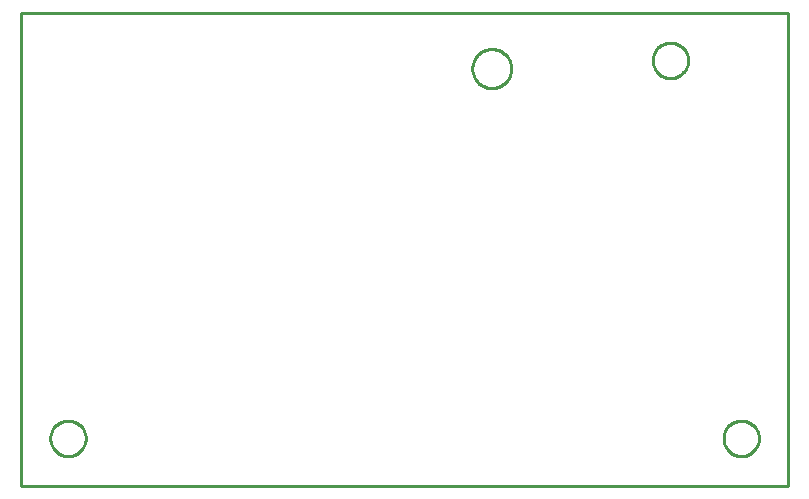
<source format=gbr>
G04 EAGLE Gerber RS-274X export*
G75*
%MOMM*%
%FSLAX34Y34*%
%LPD*%
%IN*%
%IPPOS*%
%AMOC8*
5,1,8,0,0,1.08239X$1,22.5*%
G01*
%ADD10C,0.254000*%


D10*
X0Y0D02*
X650000Y0D01*
X650000Y400000D01*
X0Y400000D01*
X0Y0D01*
X55000Y39464D02*
X54924Y38396D01*
X54771Y37335D01*
X54543Y36288D01*
X54241Y35260D01*
X53867Y34256D01*
X53422Y33281D01*
X52908Y32341D01*
X52329Y31440D01*
X51687Y30582D01*
X50985Y29772D01*
X50228Y29015D01*
X49418Y28313D01*
X48560Y27671D01*
X47659Y27092D01*
X46719Y26578D01*
X45744Y26133D01*
X44740Y25759D01*
X43712Y25457D01*
X42665Y25229D01*
X41604Y25076D01*
X40536Y25000D01*
X39464Y25000D01*
X38396Y25076D01*
X37335Y25229D01*
X36288Y25457D01*
X35260Y25759D01*
X34256Y26133D01*
X33281Y26578D01*
X32341Y27092D01*
X31440Y27671D01*
X30582Y28313D01*
X29772Y29015D01*
X29015Y29772D01*
X28313Y30582D01*
X27671Y31440D01*
X27092Y32341D01*
X26578Y33281D01*
X26133Y34256D01*
X25759Y35260D01*
X25457Y36288D01*
X25229Y37335D01*
X25076Y38396D01*
X25000Y39464D01*
X25000Y40536D01*
X25076Y41604D01*
X25229Y42665D01*
X25457Y43712D01*
X25759Y44740D01*
X26133Y45744D01*
X26578Y46719D01*
X27092Y47659D01*
X27671Y48560D01*
X28313Y49418D01*
X29015Y50228D01*
X29772Y50985D01*
X30582Y51687D01*
X31440Y52329D01*
X32341Y52908D01*
X33281Y53422D01*
X34256Y53867D01*
X35260Y54241D01*
X36288Y54543D01*
X37335Y54771D01*
X38396Y54924D01*
X39464Y55000D01*
X40536Y55000D01*
X41604Y54924D01*
X42665Y54771D01*
X43712Y54543D01*
X44740Y54241D01*
X45744Y53867D01*
X46719Y53422D01*
X47659Y52908D01*
X48560Y52329D01*
X49418Y51687D01*
X50228Y50985D01*
X50985Y50228D01*
X51687Y49418D01*
X52329Y48560D01*
X52908Y47659D01*
X53422Y46719D01*
X53867Y45744D01*
X54241Y44740D01*
X54543Y43712D01*
X54771Y42665D01*
X54924Y41604D01*
X55000Y40536D01*
X55000Y39464D01*
X625000Y39464D02*
X624924Y38396D01*
X624771Y37335D01*
X624543Y36288D01*
X624241Y35260D01*
X623867Y34256D01*
X623422Y33281D01*
X622908Y32341D01*
X622329Y31440D01*
X621687Y30582D01*
X620985Y29772D01*
X620228Y29015D01*
X619418Y28313D01*
X618560Y27671D01*
X617659Y27092D01*
X616719Y26578D01*
X615744Y26133D01*
X614740Y25759D01*
X613712Y25457D01*
X612665Y25229D01*
X611604Y25076D01*
X610536Y25000D01*
X609464Y25000D01*
X608396Y25076D01*
X607335Y25229D01*
X606288Y25457D01*
X605260Y25759D01*
X604256Y26133D01*
X603281Y26578D01*
X602341Y27092D01*
X601440Y27671D01*
X600582Y28313D01*
X599772Y29015D01*
X599015Y29772D01*
X598313Y30582D01*
X597671Y31440D01*
X597092Y32341D01*
X596578Y33281D01*
X596133Y34256D01*
X595759Y35260D01*
X595457Y36288D01*
X595229Y37335D01*
X595076Y38396D01*
X595000Y39464D01*
X595000Y40536D01*
X595076Y41604D01*
X595229Y42665D01*
X595457Y43712D01*
X595759Y44740D01*
X596133Y45744D01*
X596578Y46719D01*
X597092Y47659D01*
X597671Y48560D01*
X598313Y49418D01*
X599015Y50228D01*
X599772Y50985D01*
X600582Y51687D01*
X601440Y52329D01*
X602341Y52908D01*
X603281Y53422D01*
X604256Y53867D01*
X605260Y54241D01*
X606288Y54543D01*
X607335Y54771D01*
X608396Y54924D01*
X609464Y55000D01*
X610536Y55000D01*
X611604Y54924D01*
X612665Y54771D01*
X613712Y54543D01*
X614740Y54241D01*
X615744Y53867D01*
X616719Y53422D01*
X617659Y52908D01*
X618560Y52329D01*
X619418Y51687D01*
X620228Y50985D01*
X620985Y50228D01*
X621687Y49418D01*
X622329Y48560D01*
X622908Y47659D01*
X623422Y46719D01*
X623867Y45744D01*
X624241Y44740D01*
X624543Y43712D01*
X624771Y42665D01*
X624924Y41604D01*
X625000Y40536D01*
X625000Y39464D01*
X565000Y359464D02*
X564924Y358396D01*
X564771Y357335D01*
X564543Y356288D01*
X564241Y355260D01*
X563867Y354256D01*
X563422Y353281D01*
X562908Y352341D01*
X562329Y351440D01*
X561687Y350582D01*
X560985Y349772D01*
X560228Y349015D01*
X559418Y348313D01*
X558560Y347671D01*
X557659Y347092D01*
X556719Y346578D01*
X555744Y346133D01*
X554740Y345759D01*
X553712Y345457D01*
X552665Y345229D01*
X551604Y345076D01*
X550536Y345000D01*
X549464Y345000D01*
X548396Y345076D01*
X547335Y345229D01*
X546288Y345457D01*
X545260Y345759D01*
X544256Y346133D01*
X543281Y346578D01*
X542341Y347092D01*
X541440Y347671D01*
X540582Y348313D01*
X539772Y349015D01*
X539015Y349772D01*
X538313Y350582D01*
X537671Y351440D01*
X537092Y352341D01*
X536578Y353281D01*
X536133Y354256D01*
X535759Y355260D01*
X535457Y356288D01*
X535229Y357335D01*
X535076Y358396D01*
X535000Y359464D01*
X535000Y360536D01*
X535076Y361604D01*
X535229Y362665D01*
X535457Y363712D01*
X535759Y364740D01*
X536133Y365744D01*
X536578Y366719D01*
X537092Y367659D01*
X537671Y368560D01*
X538313Y369418D01*
X539015Y370228D01*
X539772Y370985D01*
X540582Y371687D01*
X541440Y372329D01*
X542341Y372908D01*
X543281Y373422D01*
X544256Y373867D01*
X545260Y374241D01*
X546288Y374543D01*
X547335Y374771D01*
X548396Y374924D01*
X549464Y375000D01*
X550536Y375000D01*
X551604Y374924D01*
X552665Y374771D01*
X553712Y374543D01*
X554740Y374241D01*
X555744Y373867D01*
X556719Y373422D01*
X557659Y372908D01*
X558560Y372329D01*
X559418Y371687D01*
X560228Y370985D01*
X560985Y370228D01*
X561687Y369418D01*
X562329Y368560D01*
X562908Y367659D01*
X563422Y366719D01*
X563867Y365744D01*
X564241Y364740D01*
X564543Y363712D01*
X564771Y362665D01*
X564924Y361604D01*
X565000Y360536D01*
X565000Y359464D01*
X415290Y352520D02*
X415219Y351441D01*
X415078Y350369D01*
X414867Y349309D01*
X414588Y348265D01*
X414240Y347241D01*
X413826Y346243D01*
X413348Y345273D01*
X412808Y344337D01*
X412207Y343438D01*
X411549Y342581D01*
X410837Y341768D01*
X410072Y341004D01*
X409259Y340291D01*
X408402Y339633D01*
X407503Y339032D01*
X406567Y338492D01*
X405597Y338014D01*
X404599Y337600D01*
X403575Y337252D01*
X402531Y336973D01*
X401471Y336762D01*
X400399Y336621D01*
X399320Y336550D01*
X398240Y336550D01*
X397161Y336621D01*
X396089Y336762D01*
X395029Y336973D01*
X393985Y337252D01*
X392961Y337600D01*
X391963Y338014D01*
X390993Y338492D01*
X390057Y339032D01*
X389158Y339633D01*
X388301Y340291D01*
X387488Y341004D01*
X386724Y341768D01*
X386011Y342581D01*
X385353Y343438D01*
X384752Y344337D01*
X384212Y345273D01*
X383734Y346243D01*
X383320Y347241D01*
X382972Y348265D01*
X382693Y349309D01*
X382482Y350369D01*
X382341Y351441D01*
X382270Y352520D01*
X382270Y353600D01*
X382341Y354679D01*
X382482Y355751D01*
X382693Y356811D01*
X382972Y357855D01*
X383320Y358879D01*
X383734Y359877D01*
X384212Y360847D01*
X384752Y361783D01*
X385353Y362682D01*
X386011Y363539D01*
X386724Y364352D01*
X387488Y365117D01*
X388301Y365829D01*
X389158Y366487D01*
X390057Y367088D01*
X390993Y367628D01*
X391963Y368106D01*
X392961Y368520D01*
X393985Y368868D01*
X395029Y369147D01*
X396089Y369358D01*
X397161Y369499D01*
X398240Y369570D01*
X399320Y369570D01*
X400399Y369499D01*
X401471Y369358D01*
X402531Y369147D01*
X403575Y368868D01*
X404599Y368520D01*
X405597Y368106D01*
X406567Y367628D01*
X407503Y367088D01*
X408402Y366487D01*
X409259Y365829D01*
X410072Y365117D01*
X410837Y364352D01*
X411549Y363539D01*
X412207Y362682D01*
X412808Y361783D01*
X413348Y360847D01*
X413826Y359877D01*
X414240Y358879D01*
X414588Y357855D01*
X414867Y356811D01*
X415078Y355751D01*
X415219Y354679D01*
X415290Y353600D01*
X415290Y352520D01*
M02*

</source>
